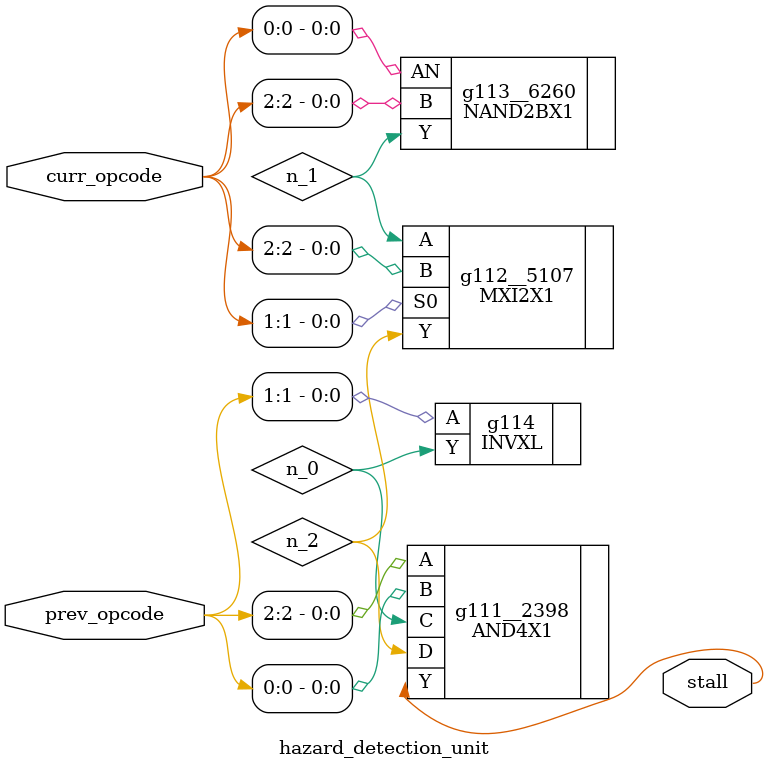
<source format=v>


// Verification Directory fv/hazard_detection_unit 

module hazard_detection_unit(prev_opcode, curr_opcode, stall);
  input [2:0] prev_opcode, curr_opcode;
  output stall;
  wire [2:0] prev_opcode, curr_opcode;
  wire stall;
  wire n_0, n_1, n_2;
  AND4X1 g111__2398(.A (prev_opcode[2]), .B (prev_opcode[0]), .C (n_0),
       .D (n_2), .Y (stall));
  MXI2X1 g112__5107(.A (n_1), .B (curr_opcode[2]), .S0
       (curr_opcode[1]), .Y (n_2));
  NAND2BX1 g113__6260(.AN (curr_opcode[0]), .B (curr_opcode[2]), .Y
       (n_1));
  INVXL g114(.A (prev_opcode[1]), .Y (n_0));
endmodule


</source>
